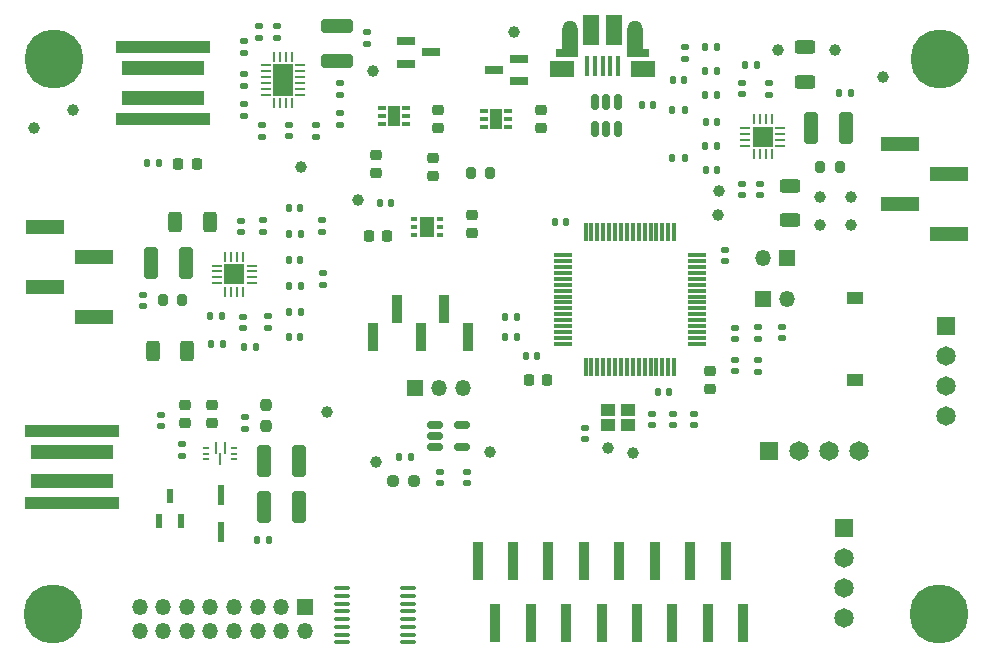
<source format=gts>
%TF.GenerationSoftware,KiCad,Pcbnew,(6.0.11-0)*%
%TF.CreationDate,2023-04-07T11:55:34-07:00*%
%TF.ProjectId,SADA_Board,53414441-5f42-46f6-9172-642e6b696361,rev?*%
%TF.SameCoordinates,Original*%
%TF.FileFunction,Soldermask,Top*%
%TF.FilePolarity,Negative*%
%FSLAX46Y46*%
G04 Gerber Fmt 4.6, Leading zero omitted, Abs format (unit mm)*
G04 Created by KiCad (PCBNEW (6.0.11-0)) date 2023-04-07 11:55:34*
%MOMM*%
%LPD*%
G01*
G04 APERTURE LIST*
G04 Aperture macros list*
%AMRoundRect*
0 Rectangle with rounded corners*
0 $1 Rounding radius*
0 $2 $3 $4 $5 $6 $7 $8 $9 X,Y pos of 4 corners*
0 Add a 4 corners polygon primitive as box body*
4,1,4,$2,$3,$4,$5,$6,$7,$8,$9,$2,$3,0*
0 Add four circle primitives for the rounded corners*
1,1,$1+$1,$2,$3*
1,1,$1+$1,$4,$5*
1,1,$1+$1,$6,$7*
1,1,$1+$1,$8,$9*
0 Add four rect primitives between the rounded corners*
20,1,$1+$1,$2,$3,$4,$5,0*
20,1,$1+$1,$4,$5,$6,$7,0*
20,1,$1+$1,$6,$7,$8,$9,0*
20,1,$1+$1,$8,$9,$2,$3,0*%
G04 Aperture macros list end*
%ADD10RoundRect,0.135000X-0.185000X0.135000X-0.185000X-0.135000X0.185000X-0.135000X0.185000X0.135000X0*%
%ADD11RoundRect,0.147500X0.147500X0.172500X-0.147500X0.172500X-0.147500X-0.172500X0.147500X-0.172500X0*%
%ADD12RoundRect,0.140000X0.170000X-0.140000X0.170000X0.140000X-0.170000X0.140000X-0.170000X-0.140000X0*%
%ADD13RoundRect,0.147500X0.172500X-0.147500X0.172500X0.147500X-0.172500X0.147500X-0.172500X-0.147500X0*%
%ADD14R,1.350000X1.350000*%
%ADD15O,1.350000X1.350000*%
%ADD16RoundRect,0.225000X0.250000X-0.225000X0.250000X0.225000X-0.250000X0.225000X-0.250000X-0.225000X0*%
%ADD17RoundRect,0.070000X0.650000X0.300000X-0.650000X0.300000X-0.650000X-0.300000X0.650000X-0.300000X0*%
%ADD18RoundRect,0.200000X0.200000X0.275000X-0.200000X0.275000X-0.200000X-0.275000X0.200000X-0.275000X0*%
%ADD19R,0.914400X3.302000*%
%ADD20RoundRect,0.135000X-0.135000X-0.185000X0.135000X-0.185000X0.135000X0.185000X-0.135000X0.185000X0*%
%ADD21C,1.000000*%
%ADD22RoundRect,0.250000X0.325000X1.100000X-0.325000X1.100000X-0.325000X-1.100000X0.325000X-1.100000X0*%
%ADD23R,7.000000X1.240000*%
%ADD24R,8.000000X1.100000*%
%ADD25RoundRect,0.250000X0.312500X0.625000X-0.312500X0.625000X-0.312500X-0.625000X0.312500X-0.625000X0*%
%ADD26R,0.850000X2.350000*%
%ADD27RoundRect,0.225000X-0.225000X-0.250000X0.225000X-0.250000X0.225000X0.250000X-0.225000X0.250000X0*%
%ADD28RoundRect,0.237500X0.237500X-0.250000X0.237500X0.250000X-0.237500X0.250000X-0.237500X-0.250000X0*%
%ADD29RoundRect,0.147500X-0.172500X0.147500X-0.172500X-0.147500X0.172500X-0.147500X0.172500X0.147500X0*%
%ADD30RoundRect,0.140000X-0.140000X-0.170000X0.140000X-0.170000X0.140000X0.170000X-0.140000X0.170000X0*%
%ADD31RoundRect,0.200000X-0.200000X-0.275000X0.200000X-0.275000X0.200000X0.275000X-0.200000X0.275000X0*%
%ADD32RoundRect,0.070000X-0.650000X-0.300000X0.650000X-0.300000X0.650000X0.300000X-0.650000X0.300000X0*%
%ADD33RoundRect,0.135000X0.135000X0.185000X-0.135000X0.185000X-0.135000X-0.185000X0.135000X-0.185000X0*%
%ADD34R,0.600000X1.300000*%
%ADD35R,0.850000X0.250000*%
%ADD36R,0.250000X0.850000*%
%ADD37R,1.700000X2.700000*%
%ADD38RoundRect,0.150000X-0.512500X-0.150000X0.512500X-0.150000X0.512500X0.150000X-0.512500X0.150000X0*%
%ADD39RoundRect,0.150000X-0.150000X0.512500X-0.150000X-0.512500X0.150000X-0.512500X0.150000X0.512500X0*%
%ADD40RoundRect,0.237500X0.250000X0.237500X-0.250000X0.237500X-0.250000X-0.237500X0.250000X-0.237500X0*%
%ADD41RoundRect,0.250000X0.625000X-0.312500X0.625000X0.312500X-0.625000X0.312500X-0.625000X-0.312500X0*%
%ADD42RoundRect,0.250000X-0.625000X0.312500X-0.625000X-0.312500X0.625000X-0.312500X0.625000X0.312500X0*%
%ADD43RoundRect,0.218750X0.218750X0.256250X-0.218750X0.256250X-0.218750X-0.256250X0.218750X-0.256250X0*%
%ADD44RoundRect,0.135000X0.185000X-0.135000X0.185000X0.135000X-0.185000X0.135000X-0.185000X-0.135000X0*%
%ADD45RoundRect,0.225000X-0.250000X0.225000X-0.250000X-0.225000X0.250000X-0.225000X0.250000X0.225000X0*%
%ADD46RoundRect,0.225000X0.225000X0.250000X-0.225000X0.250000X-0.225000X-0.250000X0.225000X-0.250000X0*%
%ADD47RoundRect,0.062500X0.062500X-0.325000X0.062500X0.325000X-0.062500X0.325000X-0.062500X-0.325000X0*%
%ADD48RoundRect,0.062500X0.325000X-0.062500X0.325000X0.062500X-0.325000X0.062500X-0.325000X-0.062500X0*%
%ADD49R,1.800000X1.800000*%
%ADD50R,1.400000X1.000000*%
%ADD51R,0.600000X1.750000*%
%ADD52R,0.660400X0.304800*%
%ADD53R,0.990600X1.701800*%
%ADD54RoundRect,0.140000X-0.170000X0.140000X-0.170000X-0.140000X0.170000X-0.140000X0.170000X0.140000X0*%
%ADD55R,1.650000X1.650000*%
%ADD56C,1.650000*%
%ADD57RoundRect,0.147500X-0.147500X-0.172500X0.147500X-0.172500X0.147500X0.172500X-0.147500X0.172500X0*%
%ADD58C,5.000000*%
%ADD59R,3.180000X1.270000*%
%ADD60RoundRect,0.250000X-0.325000X-1.100000X0.325000X-1.100000X0.325000X1.100000X-0.325000X1.100000X0*%
%ADD61RoundRect,0.075000X0.075000X-0.700000X0.075000X0.700000X-0.075000X0.700000X-0.075000X-0.700000X0*%
%ADD62RoundRect,0.075000X0.700000X-0.075000X0.700000X0.075000X-0.700000X0.075000X-0.700000X-0.075000X0*%
%ADD63R,1.200000X1.000000*%
%ADD64RoundRect,0.250000X1.100000X-0.325000X1.100000X0.325000X-1.100000X0.325000X-1.100000X-0.325000X0*%
%ADD65RoundRect,0.062500X-0.212500X0.062500X-0.212500X-0.062500X0.212500X-0.062500X0.212500X0.062500X0*%
%ADD66RoundRect,0.050000X0.050000X-0.450000X0.050000X0.450000X-0.050000X0.450000X-0.050000X-0.450000X0*%
%ADD67O,1.400000X0.349999*%
%ADD68R,0.600000X0.300000*%
%ADD69R,1.200000X1.700000*%
%ADD70RoundRect,0.062500X-0.062500X0.325000X-0.062500X-0.325000X0.062500X-0.325000X0.062500X0.325000X0*%
%ADD71RoundRect,0.062500X-0.325000X0.062500X-0.325000X-0.062500X0.325000X-0.062500X0.325000X0.062500X0*%
%ADD72R,0.400000X1.750000*%
%ADD73O,1.300000X3.150000*%
%ADD74R,1.825000X0.700000*%
%ADD75R,1.425000X2.500000*%
%ADD76R,2.000000X1.400000*%
G04 APERTURE END LIST*
D10*
%TO.C,R1*%
X168411000Y-94881600D03*
X168411000Y-95901600D03*
%TD*%
D11*
%TO.C,D1*%
X152174000Y-86032000D03*
X151204000Y-86032000D03*
%TD*%
D12*
%TO.C,C6*%
X165617000Y-89293000D03*
X165617000Y-88333000D03*
%TD*%
D13*
%TO.C,D4*%
X127644000Y-70375000D03*
X127644000Y-69405000D03*
%TD*%
D14*
%TO.C,JP1*%
X139378800Y-100039800D03*
D15*
X141378800Y-100039800D03*
X143378800Y-100039800D03*
%TD*%
D16*
%TO.C,C13*%
X140915000Y-82095000D03*
X140915000Y-80545000D03*
%TD*%
D14*
%TO.C,J1*%
X130031600Y-118607200D03*
D15*
X130031600Y-120607200D03*
X128031600Y-118607200D03*
X128031600Y-120607200D03*
X126031600Y-118607200D03*
X126031600Y-120607200D03*
X124031600Y-118607200D03*
X124031600Y-120607200D03*
X122031600Y-118607200D03*
X122031600Y-120607200D03*
X120031600Y-118607200D03*
X120031600Y-120607200D03*
X118031600Y-118607200D03*
X118031600Y-120607200D03*
X116031600Y-118607200D03*
X116031600Y-120607200D03*
%TD*%
D17*
%TO.C,Q1*%
X148134000Y-74080000D03*
X148134000Y-72180000D03*
X146034000Y-73130000D03*
%TD*%
D18*
%TO.C,C25*%
X119643000Y-92623000D03*
X117993000Y-92623000D03*
%TD*%
D19*
%TO.C,J6*%
X144652400Y-114652200D03*
X146152399Y-119910000D03*
X147652399Y-114652200D03*
X149152401Y-119910000D03*
X150652400Y-114652200D03*
X152152400Y-119910000D03*
X153652400Y-114652200D03*
X155152399Y-119910000D03*
X156652401Y-114652200D03*
X158152401Y-119910000D03*
X159652400Y-114652200D03*
X161152400Y-119910000D03*
X162652399Y-114652200D03*
X164152401Y-119910000D03*
X165652401Y-114652200D03*
X167152400Y-119910000D03*
%TD*%
D12*
%TO.C,C9*%
X159434000Y-103194000D03*
X159434000Y-102234000D03*
%TD*%
%TO.C,C2*%
X153780600Y-104380600D03*
X153780600Y-103420600D03*
%TD*%
D20*
%TO.C,R27*%
X122054000Y-96304000D03*
X123074000Y-96304000D03*
%TD*%
D10*
%TO.C,R4*%
X126374000Y-77762000D03*
X126374000Y-78782000D03*
%TD*%
D15*
%TO.C,J14*%
X168849400Y-89067000D03*
D14*
X170849400Y-89067000D03*
%TD*%
D21*
%TO.C,TP19*%
X178952000Y-73700000D03*
%TD*%
%TO.C,TP12*%
X110372000Y-76494000D03*
%TD*%
D22*
%TO.C,C19*%
X175855000Y-78018000D03*
X172905000Y-78018000D03*
%TD*%
D23*
%TO.C,J11*%
X110288000Y-105450000D03*
X110288000Y-107950000D03*
D24*
X110288000Y-103645000D03*
X110288000Y-109755000D03*
%TD*%
D25*
%TO.C,R25*%
X121994500Y-86019000D03*
X119069500Y-86019000D03*
%TD*%
D26*
%TO.C,J4*%
X135836000Y-95703000D03*
X137836000Y-93353000D03*
X139836000Y-95703000D03*
X141836000Y-93353000D03*
X143836000Y-95703000D03*
%TD*%
D27*
%TO.C,C17*%
X135427420Y-87162000D03*
X136977420Y-87162000D03*
%TD*%
D21*
%TO.C,TP8*%
X107070000Y-78018000D03*
%TD*%
D20*
%TO.C,C10*%
X138005200Y-105881800D03*
X139025200Y-105881800D03*
%TD*%
D21*
%TO.C,TP10*%
X134565000Y-84114000D03*
%TD*%
D12*
%TO.C,C5*%
X166464000Y-95892000D03*
X166464000Y-94932000D03*
%TD*%
D13*
%TO.C,D11*%
X117865000Y-103268000D03*
X117865000Y-102298000D03*
%TD*%
D28*
%TO.C,R28*%
X126755000Y-103291000D03*
X126755000Y-101466000D03*
%TD*%
D29*
%TO.C,D15*%
X168538000Y-82740000D03*
X168538000Y-83710000D03*
%TD*%
%TO.C,D16*%
X167014000Y-82740000D03*
X167014000Y-83710000D03*
%TD*%
D30*
%TO.C,C33*%
X158542400Y-76074200D03*
X159502400Y-76074200D03*
%TD*%
D21*
%TO.C,TP20*%
X174904000Y-71386000D03*
%TD*%
D31*
%TO.C,R11*%
X144091000Y-81828000D03*
X145741000Y-81828000D03*
%TD*%
D30*
%TO.C,C26*%
X128688000Y-95760000D03*
X129648000Y-95760000D03*
%TD*%
D10*
%TO.C,R5*%
X130984000Y-77760000D03*
X130984000Y-78780000D03*
%TD*%
D32*
%TO.C,Q2*%
X138624000Y-70680000D03*
X138624000Y-72580000D03*
X140724000Y-71630000D03*
%TD*%
D33*
%TO.C,R13*%
X168302000Y-72656000D03*
X167282000Y-72656000D03*
%TD*%
D34*
%TO.C,Q3*%
X117677000Y-111273000D03*
X119577000Y-111273000D03*
X118627000Y-109173000D03*
%TD*%
D16*
%TO.C,C15*%
X141284000Y-78035000D03*
X141284000Y-76485000D03*
%TD*%
D35*
%TO.C,IC1*%
X129602000Y-75204000D03*
X129602000Y-74704000D03*
X129602000Y-74204000D03*
X129602000Y-73704000D03*
X129602000Y-73204000D03*
X129602000Y-72704000D03*
D36*
X128902000Y-72004000D03*
X128402000Y-72004000D03*
X127902000Y-72004000D03*
X127402000Y-72004000D03*
D35*
X126702000Y-72704000D03*
X126702000Y-73204000D03*
X126702000Y-73704000D03*
X126702000Y-74204000D03*
X126702000Y-74704000D03*
X126702000Y-75204000D03*
D36*
X127402000Y-75904000D03*
X127902000Y-75904000D03*
X128402000Y-75904000D03*
X128902000Y-75904000D03*
D37*
X128152000Y-73954000D03*
%TD*%
D38*
%TO.C,U3*%
X141060700Y-103153800D03*
X141060700Y-104103800D03*
X141060700Y-105053800D03*
X143335700Y-105053800D03*
X143335700Y-103153800D03*
%TD*%
D30*
%TO.C,C3*%
X148754000Y-97322000D03*
X149714000Y-97322000D03*
%TD*%
D39*
%TO.C,U11*%
X156508600Y-75839100D03*
X155558600Y-75839100D03*
X154608600Y-75839100D03*
X154608600Y-78114100D03*
X155558600Y-78114100D03*
X156508600Y-78114100D03*
%TD*%
D33*
%TO.C,R31*%
X148023500Y-94052800D03*
X147003500Y-94052800D03*
%TD*%
D40*
%TO.C,R3*%
X139277200Y-107913800D03*
X137452200Y-107913800D03*
%TD*%
D41*
%TO.C,R16*%
X172364000Y-74118500D03*
X172364000Y-71193500D03*
%TD*%
D22*
%TO.C,C31*%
X129500000Y-110149000D03*
X126550000Y-110149000D03*
%TD*%
D42*
%TO.C,R17*%
X171078000Y-82905500D03*
X171078000Y-85830500D03*
%TD*%
D43*
%TO.C,D28*%
X120891500Y-81040000D03*
X119316500Y-81040000D03*
%TD*%
D11*
%TO.C,D17*%
X164943000Y-81574000D03*
X163973000Y-81574000D03*
%TD*%
D33*
%TO.C,C23*%
X164964000Y-75196000D03*
X163944000Y-75196000D03*
%TD*%
D20*
%TO.C,C27*%
X128658000Y-87024400D03*
X129678000Y-87024400D03*
%TD*%
D44*
%TO.C,R6*%
X124850000Y-77004000D03*
X124850000Y-75984000D03*
%TD*%
D10*
%TO.C,R9*%
X132978000Y-74206000D03*
X132978000Y-75226000D03*
%TD*%
D45*
%TO.C,C29*%
X122183000Y-101477000D03*
X122183000Y-103027000D03*
%TD*%
D20*
%TO.C,R26*%
X128658000Y-93583600D03*
X129678000Y-93583600D03*
%TD*%
D10*
%TO.C,R10*%
X124850000Y-70650000D03*
X124850000Y-71670000D03*
%TD*%
D16*
%TO.C,C18*%
X144217000Y-86908000D03*
X144217000Y-85358000D03*
%TD*%
D46*
%TO.C,C1*%
X150517000Y-99332000D03*
X148967000Y-99332000D03*
%TD*%
D47*
%TO.C,U6*%
X168042000Y-80259500D03*
X168542000Y-80259500D03*
X169042000Y-80259500D03*
X169542000Y-80259500D03*
D48*
X170279500Y-79522000D03*
X170279500Y-79022000D03*
X170279500Y-78522000D03*
X170279500Y-78022000D03*
D47*
X169542000Y-77284500D03*
X169042000Y-77284500D03*
X168542000Y-77284500D03*
X168042000Y-77284500D03*
D48*
X167304500Y-78022000D03*
X167304500Y-78522000D03*
X167304500Y-79022000D03*
X167304500Y-79522000D03*
D49*
X168792000Y-78772000D03*
%TD*%
D50*
%TO.C,S1*%
X176615200Y-99394400D03*
X176615200Y-92394400D03*
%TD*%
D12*
%TO.C,C8*%
X161198000Y-103194000D03*
X161198000Y-102234000D03*
%TD*%
D21*
%TO.C,TP17*%
X173668800Y-83834600D03*
%TD*%
D16*
%TO.C,C12*%
X149984000Y-78055000D03*
X149984000Y-76505000D03*
%TD*%
D30*
%TO.C,C7*%
X159930000Y-100370000D03*
X160890000Y-100370000D03*
%TD*%
D51*
%TO.C,L1*%
X122945000Y-109107000D03*
X122945000Y-112207000D03*
%TD*%
D52*
%TO.C,U5*%
X136521300Y-76352001D03*
X136521300Y-77002000D03*
X136521300Y-77651999D03*
X138578700Y-77651999D03*
X138578700Y-77002000D03*
X138578700Y-76352001D03*
D53*
X137550000Y-77002000D03*
%TD*%
D16*
%TO.C,C4*%
X164347000Y-100129000D03*
X164347000Y-98579000D03*
%TD*%
D11*
%TO.C,D9*%
X137336000Y-84368000D03*
X136366000Y-84368000D03*
%TD*%
D10*
%TO.C,R29*%
X119643000Y-104813000D03*
X119643000Y-105833000D03*
%TD*%
D29*
%TO.C,D26*%
X124800000Y-94005000D03*
X124800000Y-94975000D03*
%TD*%
D44*
%TO.C,R8*%
X124850000Y-74464000D03*
X124850000Y-73444000D03*
%TD*%
D54*
%TO.C,C35*%
X126120000Y-69410000D03*
X126120000Y-70370000D03*
%TD*%
D20*
%TO.C,C28*%
X128658000Y-91397200D03*
X129678000Y-91397200D03*
%TD*%
D55*
%TO.C,J5*%
X184311400Y-94756600D03*
D56*
X184311400Y-97296600D03*
X184311400Y-99836600D03*
X184311400Y-102376600D03*
%TD*%
D57*
%TO.C,D25*%
X128660000Y-89210800D03*
X129630000Y-89210800D03*
%TD*%
D33*
%TO.C,R14*%
X162174000Y-80558000D03*
X161154000Y-80558000D03*
%TD*%
D21*
%TO.C,TP7*%
X147710000Y-69890000D03*
%TD*%
D55*
%TO.C,J2*%
X175642000Y-111900000D03*
D56*
X175642000Y-114440000D03*
X175642000Y-116980000D03*
X175642000Y-119520000D03*
%TD*%
D10*
%TO.C,R30*%
X124977000Y-102525000D03*
X124977000Y-103545000D03*
%TD*%
D58*
%TO.C,H1*%
X108784000Y-72170000D03*
%TD*%
D21*
%TO.C,TP14*%
X176242000Y-86210000D03*
%TD*%
D59*
%TO.C,J9*%
X184608000Y-86980000D03*
X180408000Y-84440000D03*
X184608000Y-81900000D03*
X180408000Y-79360000D03*
%TD*%
D23*
%TO.C,J7*%
X117992000Y-75458000D03*
X117992000Y-72958000D03*
D24*
X117992000Y-77263000D03*
X117992000Y-71153000D03*
%TD*%
D11*
%TO.C,D27*%
X122999000Y-93982000D03*
X122029000Y-93982000D03*
%TD*%
D33*
%TO.C,R18*%
X164964000Y-73164000D03*
X163944000Y-73164000D03*
%TD*%
D57*
%TO.C,D10*%
X125993000Y-112943000D03*
X126963000Y-112943000D03*
%TD*%
D29*
%TO.C,D21*%
X116341000Y-92138000D03*
X116341000Y-93108000D03*
%TD*%
D60*
%TO.C,C32*%
X126586000Y-106211000D03*
X129536000Y-106211000D03*
%TD*%
D10*
%TO.C,R7*%
X132978000Y-76746000D03*
X132978000Y-77766000D03*
%TD*%
D13*
%TO.C,D6*%
X170392200Y-95851200D03*
X170392200Y-94881200D03*
%TD*%
D21*
%TO.C,TP15*%
X164982000Y-85384000D03*
%TD*%
%TO.C,TP6*%
X145678000Y-105500800D03*
%TD*%
D61*
%TO.C,U1*%
X153796000Y-98229000D03*
X154296000Y-98229000D03*
X154796000Y-98229000D03*
X155296000Y-98229000D03*
X155796000Y-98229000D03*
X156296000Y-98229000D03*
X156796000Y-98229000D03*
X157296000Y-98229000D03*
X157796000Y-98229000D03*
X158296000Y-98229000D03*
X158796000Y-98229000D03*
X159296000Y-98229000D03*
X159796000Y-98229000D03*
X160296000Y-98229000D03*
X160796000Y-98229000D03*
X161296000Y-98229000D03*
D62*
X163221000Y-96304000D03*
X163221000Y-95804000D03*
X163221000Y-95304000D03*
X163221000Y-94804000D03*
X163221000Y-94304000D03*
X163221000Y-93804000D03*
X163221000Y-93304000D03*
X163221000Y-92804000D03*
X163221000Y-92304000D03*
X163221000Y-91804000D03*
X163221000Y-91304000D03*
X163221000Y-90804000D03*
X163221000Y-90304000D03*
X163221000Y-89804000D03*
X163221000Y-89304000D03*
X163221000Y-88804000D03*
D61*
X161296000Y-86879000D03*
X160796000Y-86879000D03*
X160296000Y-86879000D03*
X159796000Y-86879000D03*
X159296000Y-86879000D03*
X158796000Y-86879000D03*
X158296000Y-86879000D03*
X157796000Y-86879000D03*
X157296000Y-86879000D03*
X156796000Y-86879000D03*
X156296000Y-86879000D03*
X155796000Y-86879000D03*
X155296000Y-86879000D03*
X154796000Y-86879000D03*
X154296000Y-86879000D03*
X153796000Y-86879000D03*
D62*
X151871000Y-88804000D03*
X151871000Y-89304000D03*
X151871000Y-89804000D03*
X151871000Y-90304000D03*
X151871000Y-90804000D03*
X151871000Y-91304000D03*
X151871000Y-91804000D03*
X151871000Y-92304000D03*
X151871000Y-92804000D03*
X151871000Y-93304000D03*
X151871000Y-93804000D03*
X151871000Y-94304000D03*
X151871000Y-94804000D03*
X151871000Y-95304000D03*
X151871000Y-95804000D03*
X151871000Y-96304000D03*
%TD*%
D13*
%TO.C,D5*%
X135264000Y-70906000D03*
X135264000Y-69936000D03*
%TD*%
D63*
%TO.C,Y1*%
X155709500Y-103190000D03*
X157409500Y-103190000D03*
X157409500Y-101890000D03*
X155709500Y-101890000D03*
%TD*%
D21*
%TO.C,TP21*%
X170062000Y-71414000D03*
%TD*%
D58*
%TO.C,H3*%
X183726000Y-119170000D03*
%TD*%
D31*
%TO.C,C20*%
X173682000Y-81320000D03*
X175332000Y-81320000D03*
%TD*%
D10*
%TO.C,R23*%
X131581000Y-90337000D03*
X131581000Y-91357000D03*
%TD*%
D58*
%TO.C,H2*%
X108720000Y-119156600D03*
%TD*%
D14*
%TO.C,J15*%
X168842800Y-92470600D03*
D15*
X170842800Y-92470600D03*
%TD*%
D10*
%TO.C,R20*%
X126882000Y-93980000D03*
X126882000Y-95000000D03*
%TD*%
D44*
%TO.C,R2*%
X168411000Y-98666200D03*
X168411000Y-97646200D03*
%TD*%
D16*
%TO.C,C30*%
X119897000Y-103020000D03*
X119897000Y-101470000D03*
%TD*%
D29*
%TO.C,D8*%
X143722200Y-107151800D03*
X143722200Y-108121800D03*
%TD*%
D11*
%TO.C,D20*%
X162165000Y-73926000D03*
X161195000Y-73926000D03*
%TD*%
D33*
%TO.C,R32*%
X117661500Y-81030000D03*
X116641500Y-81030000D03*
%TD*%
D64*
%TO.C,C34*%
X132724000Y-72332000D03*
X132724000Y-69382000D03*
%TD*%
D13*
%TO.C,D19*%
X167030000Y-75173000D03*
X167030000Y-74203000D03*
%TD*%
D33*
%TO.C,R15*%
X162174000Y-76494000D03*
X161154000Y-76494000D03*
%TD*%
D45*
%TO.C,C16*%
X136089000Y-80278000D03*
X136089000Y-81828000D03*
%TD*%
D57*
%TO.C,D14*%
X175292000Y-75097000D03*
X176262000Y-75097000D03*
%TD*%
D21*
%TO.C,TP2*%
X157842000Y-105510000D03*
%TD*%
%TO.C,TP11*%
X129676000Y-81320000D03*
%TD*%
D13*
%TO.C,D23*%
X126504000Y-86807500D03*
X126504000Y-85837500D03*
%TD*%
D55*
%TO.C,J3*%
X169302000Y-105370000D03*
D56*
X171842000Y-105370000D03*
X174382000Y-105370000D03*
X176922000Y-105370000D03*
%TD*%
D65*
%TO.C,U8*%
X124057000Y-105097000D03*
D66*
X123277000Y-105097000D03*
X122477000Y-105097000D03*
D65*
X121697000Y-105097000D03*
X121697000Y-105597000D03*
X121697000Y-106097000D03*
D66*
X122877000Y-106097000D03*
D65*
X124057000Y-106097000D03*
X124057000Y-105597000D03*
%TD*%
D25*
%TO.C,R24*%
X120089500Y-96941000D03*
X117164500Y-96941000D03*
%TD*%
D21*
%TO.C,TP16*%
X173642000Y-86210000D03*
%TD*%
D67*
%TO.C,U2*%
X133164601Y-117017598D03*
X133164601Y-117667599D03*
X133164601Y-118317598D03*
X133164601Y-118967599D03*
X133164601Y-119617598D03*
X133164601Y-120267599D03*
X133164601Y-120917598D03*
X133164601Y-121567599D03*
X138764599Y-121567599D03*
X138764599Y-120917598D03*
X138764599Y-120267599D03*
X138764599Y-119617598D03*
X138764599Y-118967599D03*
X138764599Y-118317598D03*
X138764599Y-117667599D03*
X138764599Y-117017598D03*
%TD*%
D11*
%TO.C,D18*%
X164943000Y-77510000D03*
X163973000Y-77510000D03*
%TD*%
D20*
%TO.C,R21*%
X124850000Y-96560000D03*
X125870000Y-96560000D03*
%TD*%
D52*
%TO.C,U4*%
X145157300Y-76606001D03*
X145157300Y-77256000D03*
X145157300Y-77905999D03*
X147214700Y-77905999D03*
X147214700Y-77256000D03*
X147214700Y-76606001D03*
D53*
X146186000Y-77256000D03*
%TD*%
D21*
%TO.C,TP5*%
X136076800Y-106313600D03*
%TD*%
D29*
%TO.C,D2*%
X162972000Y-102209000D03*
X162972000Y-103179000D03*
%TD*%
D68*
%TO.C,IC2*%
X141444000Y-87050000D03*
X141444000Y-86400000D03*
X141444000Y-85750000D03*
X139244000Y-85750000D03*
X139244000Y-86400000D03*
X139244000Y-87050000D03*
D69*
X140344000Y-86400000D03*
%TD*%
D33*
%TO.C,C22*%
X164948000Y-79542000D03*
X163928000Y-79542000D03*
%TD*%
D60*
%TO.C,C24*%
X116975000Y-89448000D03*
X119925000Y-89448000D03*
%TD*%
D57*
%TO.C,D24*%
X128683000Y-84838000D03*
X129653000Y-84838000D03*
%TD*%
D44*
%TO.C,R22*%
X131454000Y-86872000D03*
X131454000Y-85852000D03*
%TD*%
D70*
%TO.C,U7*%
X124788000Y-88938500D03*
X124288000Y-88938500D03*
X123788000Y-88938500D03*
X123288000Y-88938500D03*
D71*
X122550500Y-89676000D03*
X122550500Y-90176000D03*
X122550500Y-90676000D03*
X122550500Y-91176000D03*
D70*
X123288000Y-91913500D03*
X123788000Y-91913500D03*
X124288000Y-91913500D03*
X124788000Y-91913500D03*
D71*
X125525500Y-91176000D03*
X125525500Y-90676000D03*
X125525500Y-90176000D03*
X125525500Y-89676000D03*
D49*
X124038000Y-90426000D03*
%TD*%
D54*
%TO.C,C11*%
X141436200Y-107151800D03*
X141436200Y-108111800D03*
%TD*%
D29*
%TO.C,D7*%
X166480600Y-97649800D03*
X166480600Y-98619800D03*
%TD*%
D54*
%TO.C,C21*%
X162188000Y-71188000D03*
X162188000Y-72148000D03*
%TD*%
D33*
%TO.C,R12*%
X164964000Y-71132000D03*
X163944000Y-71132000D03*
%TD*%
D10*
%TO.C,R19*%
X169316000Y-74180000D03*
X169316000Y-75200000D03*
%TD*%
D13*
%TO.C,D22*%
X124664000Y-86835000D03*
X124664000Y-85865000D03*
%TD*%
D58*
%TO.C,H4*%
X183784000Y-72170000D03*
%TD*%
D21*
%TO.C,TP1*%
X155685600Y-105119800D03*
%TD*%
D54*
%TO.C,C14*%
X128660000Y-77762000D03*
X128660000Y-78722000D03*
%TD*%
D21*
%TO.C,TP18*%
X176242000Y-83910000D03*
%TD*%
D11*
%TO.C,D3*%
X147950500Y-95721800D03*
X146980500Y-95721800D03*
%TD*%
D21*
%TO.C,TP22*%
X131942000Y-102110000D03*
%TD*%
%TO.C,TP13*%
X165109000Y-83352000D03*
%TD*%
D72*
%TO.C,J8*%
X156540400Y-72803200D03*
X155890400Y-72803200D03*
X155240400Y-72803200D03*
X154590400Y-72803200D03*
X153940400Y-72803200D03*
D73*
X152515400Y-70458200D03*
D74*
X152250400Y-71688200D03*
D75*
X156240400Y-69728200D03*
D74*
X158230400Y-71688200D03*
D76*
X158665400Y-73008200D03*
D73*
X157965400Y-70458200D03*
D76*
X151815400Y-73008200D03*
D75*
X154240400Y-69728200D03*
%TD*%
D59*
%TO.C,J10*%
X108018000Y-86400000D03*
X112218000Y-88940000D03*
X108018000Y-91480000D03*
X112218000Y-94020000D03*
%TD*%
D21*
%TO.C,TP9*%
X135772000Y-73192000D03*
%TD*%
M02*

</source>
